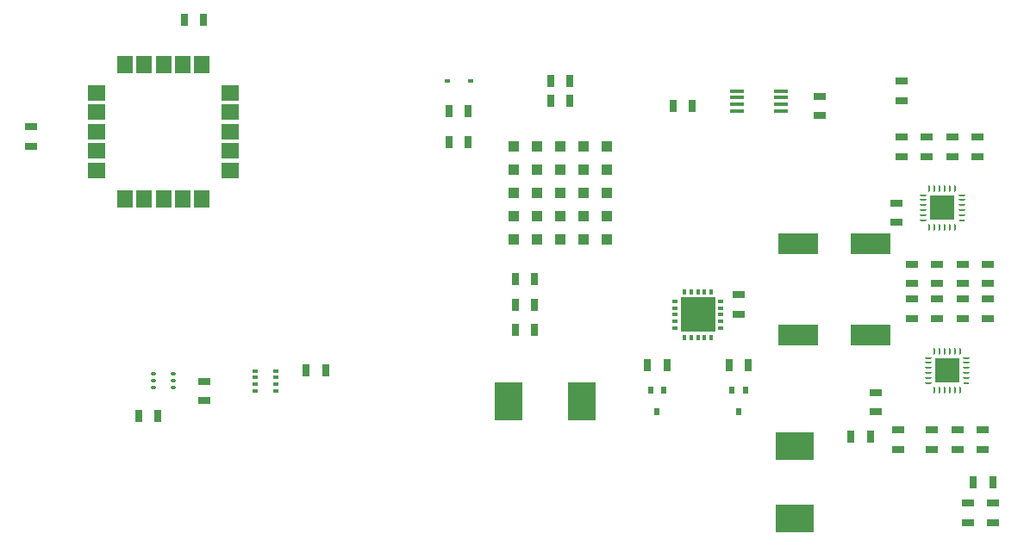
<source format=gtp>
G04*
G04 #@! TF.GenerationSoftware,Altium Limited,CircuitStudio,1.5.2 (30)*
G04*
G04 Layer_Color=7318015*
%FSLAX25Y25*%
%MOIN*%
G70*
G01*
G75*
%ADD10R,0.02756X0.05118*%
%ADD11R,0.05118X0.02756*%
%ADD12R,0.01969X0.01378*%
%ADD13R,0.15748X0.07874*%
%ADD14R,0.15000X0.11000*%
%ADD15R,0.11000X0.15000*%
%ADD16R,0.13189X0.13189*%
%ADD17R,0.02165X0.01575*%
%ADD18R,0.01575X0.02165*%
G04:AMPARAMS|DCode=19|XSize=23.62mil|YSize=9.84mil|CornerRadius=2.46mil|HoleSize=0mil|Usage=FLASHONLY|Rotation=180.000|XOffset=0mil|YOffset=0mil|HoleType=Round|Shape=RoundedRectangle|*
%AMROUNDEDRECTD19*
21,1,0.02362,0.00492,0,0,180.0*
21,1,0.01870,0.00984,0,0,180.0*
1,1,0.00492,-0.00935,0.00246*
1,1,0.00492,0.00935,0.00246*
1,1,0.00492,0.00935,-0.00246*
1,1,0.00492,-0.00935,-0.00246*
%
%ADD19ROUNDEDRECTD19*%
%ADD20R,0.02362X0.00984*%
G04:AMPARAMS|DCode=21|XSize=23.62mil|YSize=9.84mil|CornerRadius=2.46mil|HoleSize=0mil|Usage=FLASHONLY|Rotation=270.000|XOffset=0mil|YOffset=0mil|HoleType=Round|Shape=RoundedRectangle|*
%AMROUNDEDRECTD21*
21,1,0.02362,0.00492,0,0,270.0*
21,1,0.01870,0.00984,0,0,270.0*
1,1,0.00492,-0.00246,-0.00935*
1,1,0.00492,-0.00246,0.00935*
1,1,0.00492,0.00246,0.00935*
1,1,0.00492,0.00246,-0.00935*
%
%ADD21ROUNDEDRECTD21*%
G04:AMPARAMS|DCode=22|XSize=96.46mil|YSize=96.46mil|CornerRadius=2.41mil|HoleSize=0mil|Usage=FLASHONLY|Rotation=0.000|XOffset=0mil|YOffset=0mil|HoleType=Round|Shape=RoundedRectangle|*
%AMROUNDEDRECTD22*
21,1,0.09646,0.09163,0,0,0.0*
21,1,0.09163,0.09646,0,0,0.0*
1,1,0.00482,0.04582,-0.04582*
1,1,0.00482,-0.04582,-0.04582*
1,1,0.00482,-0.04582,0.04582*
1,1,0.00482,0.04582,0.04582*
%
%ADD22ROUNDEDRECTD22*%
G04:AMPARAMS|DCode=23|XSize=53.15mil|YSize=15.75mil|CornerRadius=3.94mil|HoleSize=0mil|Usage=FLASHONLY|Rotation=0.000|XOffset=0mil|YOffset=0mil|HoleType=Round|Shape=RoundedRectangle|*
%AMROUNDEDRECTD23*
21,1,0.05315,0.00787,0,0,0.0*
21,1,0.04528,0.01575,0,0,0.0*
1,1,0.00787,0.02264,-0.00394*
1,1,0.00787,-0.02264,-0.00394*
1,1,0.00787,-0.02264,0.00394*
1,1,0.00787,0.02264,0.00394*
%
%ADD23ROUNDEDRECTD23*%
%ADD24R,0.05315X0.01575*%
%ADD25R,0.01929X0.01772*%
%ADD26R,0.07087X0.05906*%
%ADD27R,0.05906X0.07087*%
%ADD28R,0.01969X0.03150*%
G04:AMPARAMS|DCode=29|XSize=17.72mil|YSize=11.81mil|CornerRadius=1.18mil|HoleSize=0mil|Usage=FLASHONLY|Rotation=0.000|XOffset=0mil|YOffset=0mil|HoleType=Round|Shape=RoundedRectangle|*
%AMROUNDEDRECTD29*
21,1,0.01772,0.00945,0,0,0.0*
21,1,0.01535,0.01181,0,0,0.0*
1,1,0.00236,0.00768,-0.00472*
1,1,0.00236,-0.00768,-0.00472*
1,1,0.00236,-0.00768,0.00472*
1,1,0.00236,0.00768,0.00472*
%
%ADD29ROUNDEDRECTD29*%
%ADD30R,0.04173X0.04173*%
D10*
X1893118Y1034004D02*
D03*
X1885638D02*
D03*
X1845874Y1035972D02*
D03*
X1838394D02*
D03*
X1845874Y1043847D02*
D03*
X1838394D02*
D03*
X2001780Y888335D02*
D03*
X2009260D02*
D03*
X1799024Y1032035D02*
D03*
X1806504D02*
D03*
X1799024Y1020224D02*
D03*
X1806504D02*
D03*
X1704142Y1067468D02*
D03*
X1696661D02*
D03*
X1832095Y967075D02*
D03*
X1824614D02*
D03*
Y947390D02*
D03*
X1832095D02*
D03*
X1824614Y957232D02*
D03*
X1832095D02*
D03*
X1751386Y931642D02*
D03*
X1743905D02*
D03*
X1678945Y913925D02*
D03*
X1686425D02*
D03*
X1962016Y906051D02*
D03*
X1954535D02*
D03*
X1907291Y933610D02*
D03*
X1914772D02*
D03*
X1875795D02*
D03*
X1883276D02*
D03*
D11*
X1704339Y920028D02*
D03*
Y927508D02*
D03*
X1983866Y1014516D02*
D03*
Y1021996D02*
D03*
X1993709D02*
D03*
Y1014516D02*
D03*
X2003551Y1021996D02*
D03*
Y1014516D02*
D03*
X1974024Y1021996D02*
D03*
Y1014516D02*
D03*
X1964181Y915697D02*
D03*
Y923177D02*
D03*
X1985835Y901130D02*
D03*
Y908610D02*
D03*
X1977961Y951917D02*
D03*
Y959398D02*
D03*
X1997646D02*
D03*
Y951917D02*
D03*
X2007488Y959398D02*
D03*
Y951917D02*
D03*
X1987803Y959398D02*
D03*
Y951917D02*
D03*
X1972842Y901130D02*
D03*
Y908610D02*
D03*
X1995677Y901130D02*
D03*
Y908610D02*
D03*
X2005520Y901130D02*
D03*
Y908610D02*
D03*
X2009457Y880264D02*
D03*
Y872783D02*
D03*
X1999614D02*
D03*
Y880264D02*
D03*
X1942528Y1037744D02*
D03*
Y1030264D02*
D03*
X1637409Y1018453D02*
D03*
Y1025933D02*
D03*
X1987803Y965303D02*
D03*
Y972783D02*
D03*
X1977961Y965303D02*
D03*
Y972783D02*
D03*
X1972055Y988925D02*
D03*
Y996406D02*
D03*
X2007488Y965303D02*
D03*
Y972783D02*
D03*
X1997646Y965303D02*
D03*
Y972783D02*
D03*
X1911032Y960972D02*
D03*
Y953492D02*
D03*
X1974024Y1043650D02*
D03*
Y1036169D02*
D03*
D12*
X1731996Y931543D02*
D03*
Y928984D02*
D03*
Y926425D02*
D03*
Y923866D02*
D03*
X1723925D02*
D03*
Y926425D02*
D03*
Y928984D02*
D03*
Y931543D02*
D03*
D13*
X1934063Y980854D02*
D03*
X1962016D02*
D03*
X1934063Y945421D02*
D03*
X1962016D02*
D03*
D14*
X1932685Y874285D02*
D03*
Y902384D02*
D03*
D15*
X1822179Y919830D02*
D03*
X1850278D02*
D03*
D16*
X1895284Y953295D02*
D03*
D17*
X1886425D02*
D03*
Y955854D02*
D03*
Y958413D02*
D03*
Y950736D02*
D03*
Y948177D02*
D03*
X1904142Y953295D02*
D03*
Y950736D02*
D03*
Y948177D02*
D03*
Y955854D02*
D03*
Y958413D02*
D03*
D18*
X1895284Y962154D02*
D03*
X1897842D02*
D03*
X1900402D02*
D03*
X1892724D02*
D03*
X1890165D02*
D03*
X1900402Y944437D02*
D03*
X1897842D02*
D03*
X1890165D02*
D03*
X1892724D02*
D03*
X1895284D02*
D03*
D19*
X1997252Y993650D02*
D03*
Y991681D02*
D03*
Y995618D02*
D03*
Y997587D02*
D03*
Y999555D02*
D03*
X1982291Y995618D02*
D03*
Y997587D02*
D03*
Y999555D02*
D03*
Y993650D02*
D03*
Y991681D02*
D03*
Y989713D02*
D03*
X1999220Y930657D02*
D03*
Y928689D02*
D03*
Y932626D02*
D03*
Y934595D02*
D03*
Y936563D02*
D03*
X1984260Y932626D02*
D03*
Y934595D02*
D03*
Y936563D02*
D03*
Y930657D02*
D03*
Y928689D02*
D03*
Y926721D02*
D03*
D20*
X1997252Y989713D02*
D03*
X1999220Y926721D02*
D03*
D21*
X1984850Y1002114D02*
D03*
X1986819D02*
D03*
X1988787D02*
D03*
X1994693D02*
D03*
X1992724D02*
D03*
X1990756D02*
D03*
X1988787Y987154D02*
D03*
X1986819D02*
D03*
X1984850D02*
D03*
X1990756D02*
D03*
X1992724D02*
D03*
X1994693D02*
D03*
X1986819Y939122D02*
D03*
X1988787D02*
D03*
X1990756D02*
D03*
X1996661D02*
D03*
X1994693D02*
D03*
X1992724D02*
D03*
X1990756Y924161D02*
D03*
X1988787D02*
D03*
X1986819D02*
D03*
X1992724D02*
D03*
X1994693D02*
D03*
X1996661D02*
D03*
D22*
X1989772Y994634D02*
D03*
X1991740Y931642D02*
D03*
D23*
X1927370Y1032134D02*
D03*
Y1034693D02*
D03*
Y1037252D02*
D03*
Y1039811D02*
D03*
X1910441Y1032134D02*
D03*
Y1034693D02*
D03*
Y1037252D02*
D03*
D24*
Y1039811D02*
D03*
D25*
X1798276Y1043847D02*
D03*
X1807252D02*
D03*
D26*
X1662606Y1024161D02*
D03*
Y1031642D02*
D03*
Y1039122D02*
D03*
Y1016681D02*
D03*
Y1009201D02*
D03*
X1714575Y1039122D02*
D03*
Y1031642D02*
D03*
Y1009201D02*
D03*
Y1016681D02*
D03*
Y1024161D02*
D03*
D27*
X1703551Y998177D02*
D03*
X1696071D02*
D03*
X1673630D02*
D03*
X1681110D02*
D03*
X1688591D02*
D03*
X1673630Y1050146D02*
D03*
X1681110D02*
D03*
X1703551D02*
D03*
X1696071D02*
D03*
X1688591D02*
D03*
D28*
X1911032Y915697D02*
D03*
X1908472Y923965D02*
D03*
X1913591D02*
D03*
X1879535Y915697D02*
D03*
X1876976Y923965D02*
D03*
X1882095D02*
D03*
D29*
X1684752Y927705D02*
D03*
Y930264D02*
D03*
Y925146D02*
D03*
X1692429D02*
D03*
Y927705D02*
D03*
Y930264D02*
D03*
D30*
X1842134Y1018571D02*
D03*
Y1009555D02*
D03*
Y1000539D02*
D03*
Y991524D02*
D03*
Y982508D02*
D03*
X1833118D02*
D03*
Y991524D02*
D03*
Y1000539D02*
D03*
Y1009555D02*
D03*
Y1018571D02*
D03*
X1824102Y982508D02*
D03*
Y991524D02*
D03*
Y1000539D02*
D03*
Y1009555D02*
D03*
Y1018571D02*
D03*
X1851150Y982508D02*
D03*
Y991524D02*
D03*
Y1000539D02*
D03*
Y1009555D02*
D03*
Y1018571D02*
D03*
X1860165Y982508D02*
D03*
Y991524D02*
D03*
Y1000539D02*
D03*
Y1009555D02*
D03*
Y1018571D02*
D03*
M02*

</source>
